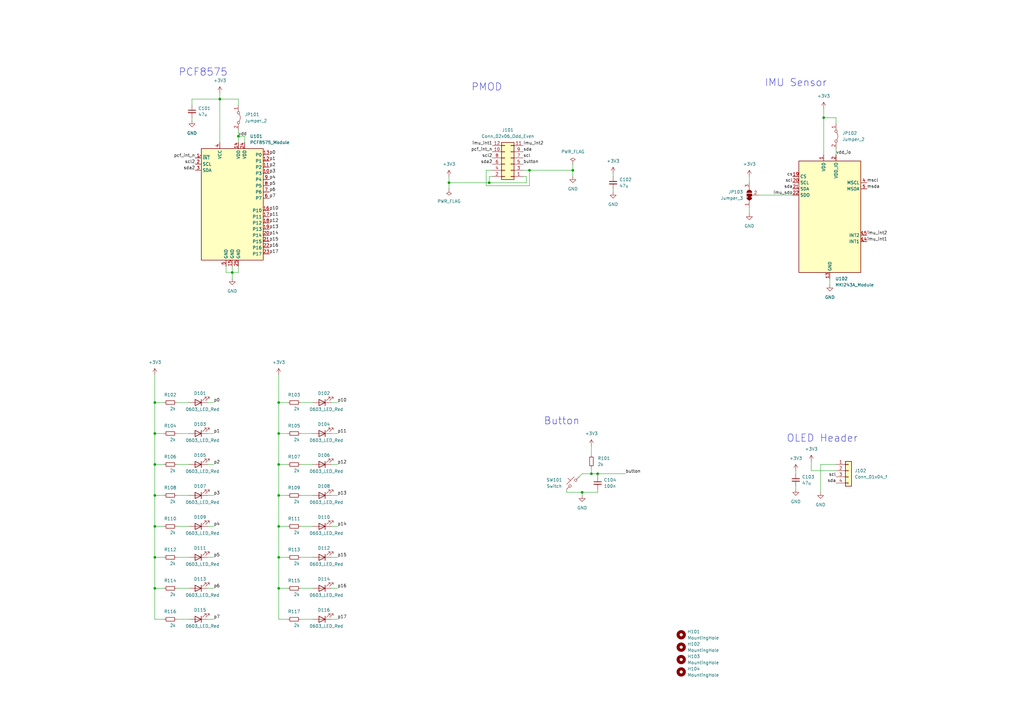
<source format=kicad_sch>
(kicad_sch (version 20231120) (generator "eeschema") (generator_version "8.0")
  (paper "A3")
  (title_block (date "2024-03-18") (rev "RevA") (company "semify-eda.com") (comment 1 "Engineer: Erwin Peterlin"))
  (lib_symbols
    (symbol "Connector_Generic:Conn_01x04" (pin_names (offset 1.016) hide)
      (property "Reference" "J" (at 0 5.08 0))
      (property "Value" "Conn_01x04" (at 0 -7.62 0))
      (symbol "Conn_01x04_1_1"
        (rectangle (start -1.27 -4.953) (end 0 -5.207) (stroke (width 0.1524)))
        (rectangle (start -1.27 -2.413) (end 0 -2.667) (stroke (width 0.1524)))
        (rectangle (start -1.27 0.127) (end 0 -0.127) (stroke (width 0.1524)))
        (rectangle (start -1.27 2.667) (end 0 2.413) (stroke (width 0.1524)))
        (rectangle (start -1.27 3.81) (end 1.27 -6.35) (stroke (width 0.254)) (fill (type background)))
        (pin passive line (at -5.08 2.54 0) (length 3.81) (name "Pin_1") (number "1"))
        (pin passive line (at -5.08 0 0) (length 3.81) (name "Pin_2") (number "2"))
        (pin passive line (at -5.08 -2.54 0) (length 3.81) (name "Pin_3") (number "3"))
        (pin passive line (at -5.08 -5.08 0) (length 3.81) (name "Pin_4") (number "4"))
      )
    )
    (symbol "Connector_Generic:Conn_02x06_Odd_Even" (pin_names (offset 1.016) hide)
      (property "Reference" "J" (at 1.27 7.62 0))
      (property "Value" "Conn_02x06_Odd_Even" (at 1.27 -10.16 0))
      (symbol "Conn_02x06_Odd_Even_1_1"
        (rectangle (start -1.27 -7.493) (end 0 -7.747) (stroke (width 0.1524)))
        (rectangle (start -1.27 -4.953) (end 0 -5.207) (stroke (width 0.1524)))
        (rectangle (start -1.27 -2.413) (end 0 -2.667) (stroke (width 0.1524)))
        (rectangle (start -1.27 0.127) (end 0 -0.127) (stroke (width 0.1524)))
        (rectangle (start -1.27 2.667) (end 0 2.413) (stroke (width 0.1524)))
        (rectangle (start -1.27 5.207) (end 0 4.953) (stroke (width 0.1524)))
        (rectangle (start -1.27 6.35) (end 3.81 -8.89) (stroke (width 0.254)) (fill (type background)))
        (rectangle (start 3.81 -7.493) (end 2.54 -7.747) (stroke (width 0.1524)))
        (rectangle (start 3.81 -4.953) (end 2.54 -5.207) (stroke (width 0.1524)))
        (rectangle (start 3.81 -2.413) (end 2.54 -2.667) (stroke (width 0.1524)))
        (rectangle (start 3.81 0.127) (end 2.54 -0.127) (stroke (width 0.1524)))
        (rectangle (start 3.81 2.667) (end 2.54 2.413) (stroke (width 0.1524)))
        (rectangle (start 3.81 5.207) (end 2.54 4.953) (stroke (width 0.1524)))
        (pin passive line (at -5.08 5.08 0) (length 3.81) (name "Pin_1") (number "1"))
        (pin passive line (at 7.62 -5.08 180) (length 3.81) (name "Pin_10") (number "10"))
        (pin passive line (at -5.08 -7.62 0) (length 3.81) (name "Pin_11") (number "11"))
        (pin passive line (at 7.62 -7.62 180) (length 3.81) (name "Pin_12") (number "12"))
        (pin passive line (at 7.62 5.08 180) (length 3.81) (name "Pin_2") (number "2"))
        (pin passive line (at -5.08 2.54 0) (length 3.81) (name "Pin_3") (number "3"))
        (pin passive line (at 7.62 2.54 180) (length 3.81) (name "Pin_4") (number "4"))
        (pin passive line (at -5.08 0 0) (length 3.81) (name "Pin_5") (number "5"))
        (pin passive line (at 7.62 0 180) (length 3.81) (name "Pin_6") (number "6"))
        (pin passive line (at -5.08 -2.54 0) (length 3.81) (name "Pin_7") (number "7"))
        (pin passive line (at 7.62 -2.54 180) (length 3.81) (name "Pin_8") (number "8"))
        (pin passive line (at -5.08 -5.08 0) (length 3.81) (name "Pin_9") (number "9"))
      )
    )
    (symbol "Device:C_Small" (pin_numbers hide) (pin_names (offset 0.254) hide)
      (property "Reference" "C" (at 0.254 1.778 0))
      (property "Value" "C_Small" (at 0.254 -2.032 0))
      (symbol "C_Small_0_1"
        (polyline (pts (xy -1.524 -0.508) (xy 1.524 -0.508)) (stroke (width 0.3302)))
        (polyline (pts (xy -1.524 0.508) (xy 1.524 0.508)) (stroke (width 0.3048)))
      )
      (symbol "C_Small_1_1"
        (pin passive line (at 0 2.54 270) (length 2.032) (name "~") (number "1"))
        (pin passive line (at 0 -2.54 90) (length 2.032) (name "~") (number "2"))
      )
    )
    (symbol "Device:LED" (pin_numbers hide) (pin_names (offset 1.016) hide)
      (property "Reference" "D" (at 0 2.54 0))
      (property "Value" "LED" (at 0 -2.54 0))
      (symbol "LED_0_1"
        (polyline (pts (xy -1.27 -1.27) (xy -1.27 1.27)) (stroke (width 0.254)))
        (polyline (pts (xy -1.27 0) (xy 1.27 0)))
        (polyline (pts (xy 1.27 -1.27) (xy 1.27 1.27) (xy -1.27 0) (xy 1.27 -1.27)) (stroke (width 0.254)))
        (polyline (pts (xy -3.048 -0.762) (xy -4.572 -2.286) (xy -3.81 -2.286) (xy -4.572 -2.286) (xy -4.572 -1.524)))
        (polyline (pts (xy -1.778 -0.762) (xy -3.302 -2.286) (xy -2.54 -2.286) (xy -3.302 -2.286) (xy -3.302 -1.524)))
      )
      (symbol "LED_1_1"
        (pin passive line (at -3.81 0 0) (length 2.54) (name "K") (number "1"))
        (pin passive line (at 3.81 0 180) (length 2.54) (name "A") (number "2"))
      )
    )
    (symbol "Device:R_Small" (pin_numbers hide) (pin_names (offset 0.254) hide)
      (property "Reference" "R" (at 0.762 0.508 0))
      (property "Value" "R_Small" (at 0.762 -1.016 0))
      (symbol "R_Small_0_1"
        (rectangle (start -0.762 1.778) (end 0.762 -1.778) (stroke (width 0.2032)))
      )
      (symbol "R_Small_1_1"
        (pin passive line (at 0 2.54 270) (length 0.762) (name "~") (number "1"))
        (pin passive line (at 0 -2.54 90) (length 0.762) (name "~") (number "2"))
      )
    )
    (symbol "Jumper:Jumper_2_Bridged" (pin_names (offset 0) hide)
      (property "Reference" "JP" (at 0 1.905 0))
      (property "Value" "Jumper_2_Bridged" (at 0 -2.54 0))
      (symbol "Jumper_2_Bridged_0_0"
        (circle (center -2.032 0) (radius 0.508))
        (circle (center 2.032 0) (radius 0.508))
      )
      (symbol "Jumper_2_Bridged_0_1"
        (arc (start 1.524 0.254) (mid 0 0.762) (end -1.524 0.254))
      )
      (symbol "Jumper_2_Bridged_1_1"
        (pin passive line (at -5.08 0 0) (length 2.54) (name "A") (number "1"))
        (pin passive line (at 5.08 0 180) (length 2.54) (name "B") (number "2"))
      )
    )
    (symbol "Jumper:SolderJumper_3_Bridged12" (pin_names (offset 0) hide)
      (property "Reference" "JP" (at -2.54 -2.54 0))
      (property "Value" "SolderJumper_3_Bridged12" (at 0 2.794 0))
      (symbol "SolderJumper_3_Bridged12_0_1"
        (rectangle (start -1.016 0.508) (end -0.508 -0.508) (fill (type outline)))
        (arc (start -1.016 1.016) (mid -2.0276 0) (end -1.016 -1.016))
        (arc (start -1.016 1.016) (mid -2.0276 0) (end -1.016 -1.016) (fill (type outline)))
        (rectangle (start -0.508 1.016) (end 0.508 -1.016) (fill (type outline)))
        (polyline (pts (xy -2.54 0) (xy -2.032 0)))
        (polyline (pts (xy -1.016 1.016) (xy -1.016 -1.016)))
        (polyline (pts (xy 0 -1.27) (xy 0 -1.016)))
        (polyline (pts (xy 1.016 1.016) (xy 1.016 -1.016)))
        (polyline (pts (xy 2.54 0) (xy 2.032 0)))
        (arc (start 1.016 -1.016) (mid 2.0276 0) (end 1.016 1.016))
        (arc (start 1.016 -1.016) (mid 2.0276 0) (end 1.016 1.016) (fill (type outline)))
      )
      (symbol "SolderJumper_3_Bridged12_1_1"
        (pin passive line (at -5.08 0 0) (length 2.54) (name "A") (number "1"))
        (pin passive line (at 0 -3.81 90) (length 2.54) (name "C") (number "2"))
        (pin passive line (at 5.08 0 180) (length 2.54) (name "B") (number "3"))
      )
    )
    (symbol "Mechanical:MountingHole" (pin_names (offset 1.016))
      (property "Reference" "H" (at 0 5.08 0))
      (property "Value" "MountingHole" (at 0 3.175 0))
      (symbol "MountingHole_0_1"
        (circle (center 0 0) (radius 1.27) (stroke (width 1.27)))
      )
    )
    (symbol "Switch:SW_Push_45deg" (pin_numbers hide) (pin_names (offset 1.016) hide)
      (property "Reference" "SW" (at 3.048 1.016 0))
      (property "Value" "SW_Push_45deg" (at 0 -3.81 0))
      (symbol "SW_Push_45deg_0_1"
        (circle (center -1.1684 1.1684) (radius 0.508))
        (polyline (pts (xy -0.508 2.54) (xy 2.54 -0.508)))
        (polyline (pts (xy 1.016 1.016) (xy 2.032 2.032)))
        (polyline (pts (xy -2.54 2.54) (xy -1.524 1.524) (xy -1.524 1.524)))
        (polyline (pts (xy 1.524 -1.524) (xy 2.54 -2.54) (xy 2.54 -2.54) (xy 2.54 -2.54)))
        (circle (center 1.143 -1.1938) (radius 0.508))
        (pin passive line (at -2.54 2.54 0) (length 0) (name "1") (number "1"))
        (pin passive line (at 2.54 -2.54 180) (length 0) (name "2") (number "2"))
      )
    )
    (symbol "_my:PCF8575_Module"
      (property "Reference" "U" (at 9.906 24.892 0))
      (property "Value" "PCF8575_Module" (at 17.78 -25.654 0))
      (symbol "PCF8575_Module_0_1"
        (rectangle (start -12.7 22.86) (end 12.7 -22.86) (stroke (width 0.254)) (fill (type background)))
      )
      (symbol "PCF8575_Module_1_1"
        (pin open_collector output_low (at -15.24 19.05 0) (length 2.54) (name "~{INT}") (number "1"))
        (pin bidirectional line (at 15.24 12.7 180) (length 2.54) (name "P3") (number "10"))
        (pin bidirectional line (at 15.24 15.24 180) (length 2.54) (name "P2") (number "11"))
        (pin bidirectional line (at 15.24 17.78 180) (length 2.54) (name "P1") (number "12"))
        (pin bidirectional line (at 15.24 20.32 180) (length 2.54) (name "P0") (number "13"))
        (pin power_in line (at 2.54 25.4 270) (length 2.54) (name "VDD") (number "14"))
        (pin power_in line (at 0 -25.4 90) (length 2.54) (name "GND") (number "15"))
        (pin bidirectional line (at 15.24 -2.54 180) (length 2.54) (name "P10") (number "16"))
        (pin bidirectional line (at 15.24 -5.08 180) (length 2.54) (name "P11") (number "17"))
        (pin bidirectional line (at 15.24 -7.62 180) (length 2.54) (name "P12") (number "18"))
        (pin bidirectional line (at 15.24 -10.16 180) (length 2.54) (name "P13") (number "19"))
        (pin input line (at -15.24 16.51 0) (length 2.54) (name "SCL") (number "2"))
        (pin bidirectional line (at 15.24 -12.7 180) (length 2.54) (name "P14") (number "20"))
        (pin bidirectional line (at 15.24 -15.24 180) (length 2.54) (name "P15") (number "21"))
        (pin bidirectional line (at 15.24 -17.78 180) (length 2.54) (name "P16") (number "22"))
        (pin bidirectional line (at 15.24 -20.32 180) (length 2.54) (name "P17") (number "23"))
        (pin power_in line (at 5.08 25.4 270) (length 2.54) (name "VDD") (number "24"))
        (pin power_in line (at 2.54 -25.4 90) (length 2.54) (name "GND") (number "25"))
        (pin bidirectional line (at -15.24 13.97 0) (length 2.54) (name "SDA") (number "3"))
        (pin power_in line (at -5.08 25.4 270) (length 2.54) (name "VCC") (number "4"))
        (pin power_in line (at -2.54 -25.4 90) (length 2.54) (name "GND") (number "5"))
        (pin bidirectional line (at 15.24 2.54 180) (length 2.54) (name "P7") (number "6"))
        (pin bidirectional line (at 15.24 5.08 180) (length 2.54) (name "P6") (number "7"))
        (pin bidirectional line (at 15.24 7.62 180) (length 2.54) (name "P5") (number "8"))
        (pin bidirectional line (at 15.24 10.16 180) (length 2.54) (name "P4") (number "9"))
      )
    )
    (symbol "_my:STEVAL-MKI243A_Module"
      (property "Reference" "U" (at 9.906 24.892 0))
      (property "Value" "PCF8575_Module" (at 17.78 -25.654 0))
      (symbol "STEVAL-MKI243A_Module_0_1"
        (rectangle (start -12.7 22.86) (end 12.7 -22.86) (stroke (width 0.254)) (fill (type background)))
      )
      (symbol "STEVAL-MKI243A_Module_1_1"
        (pin power_in line (at -2.54 25.4 270) (length 2.54) (name "VDD") (number "1"))
        (pin power_in line (at 0 -25.4 90) (length 2.54) (name "GND") (number "13"))
        (pin open_collector output_low (at 15.24 -10.16 180) (length 2.54) (name "INT1") (number "14"))
        (pin open_collector output_low (at 15.24 -7.62 180) (length 2.54) (name "INT2") (number "15"))
        (pin bidirectional line (at -15.24 16.51 0) (length 2.54) (name "CS") (number "19"))
        (pin power_in line (at 2.54 25.4 270) (length 2.54) (name "VDD_IO") (number "2"))
        (pin bidirectional line (at -15.24 13.97 0) (length 2.54) (name "SCL") (number "20"))
        (pin bidirectional line (at -15.24 11.43 0) (length 2.54) (name "SDA") (number "21"))
        (pin bidirectional line (at -15.24 8.89 0) (length 2.54) (name "SDO") (number "22"))
        (pin input line (at 15.24 13.97 180) (length 2.54) (name "MSCL") (number "4"))
        (pin bidirectional line (at 15.24 11.43 180) (length 2.54) (name "MSDA") (number "5"))
      )
    )
    (symbol "power:+3V3" (power) (pin_names (offset 0))
      (property "Value" "+3V3" (at 0 3.556 0))
      (symbol "+3V3_0_1"
        (polyline (pts (xy -0.762 1.27) (xy 0 2.54)))
        (polyline (pts (xy 0 0) (xy 0 2.54)))
        (polyline (pts (xy 0 2.54) (xy 0.762 1.27)))
      )
      (symbol "+3V3_1_1"
        (pin power_in line (at 0 0 90) (length 0) hide (name "+3V3") (number "1"))
      )
    )
    (symbol "power:GND" (power) (pin_names (offset 0))
      (property "Value" "GND" (at 0 -3.81 0))
      (symbol "GND_0_1"
        (polyline (pts (xy 0 0) (xy 0 -1.27) (xy 1.27 -1.27) (xy 0 -2.54) (xy -1.27 -1.27) (xy 0 -1.27)))
      )
      (symbol "GND_1_1"
        (pin power_in line (at 0 0 270) (length 0) hide (name "GND") (number "1"))
      )
    )
    (symbol "power:PWR_FLAG" (power) (pin_numbers hide) (pin_names (offset 0) hide)
      (property "Value" "PWR_FLAG" (at 0 3.81 0))
      (symbol "PWR_FLAG_0_0"
        (pin power_out line (at 0 0 90) (length 0) (name "~") (number "1"))
      )
      (symbol "PWR_FLAG_0_1"
        (polyline (pts (xy 0 0) (xy 0 1.27) (xy -1.016 1.905) (xy 0 2.54) (xy 1.016 1.905) (xy 0 1.27)))
      )
    )
  )
  (junction (at 63.5 177.8))
  (junction (at 337.82 48.26))
  (junction (at 184.15 74.93))
  (junction (at 63.5 190.5))
  (junction (at 234.95 69.85))
  (junction (at 114.3 228.6))
  (junction (at 200.66 74.93))
  (junction (at 63.5 165.1))
  (junction (at 114.3 241.3))
  (junction (at 114.3 215.9))
  (junction (at 114.3 177.8))
  (junction (at 114.3 203.2))
  (junction (at 90.17 40.64))
  (junction (at 217.17 69.85))
  (junction (at 245.11 194.31))
  (junction (at 95.25 111.76))
  (junction (at 63.5 241.3))
  (junction (at 63.5 203.2))
  (junction (at 97.79 55.88))
  (junction (at 238.76 201.93))
  (junction (at 114.3 165.1))
  (junction (at 63.5 215.9))
  (junction (at 242.57 194.31))
  (junction (at 114.3 190.5))
  (junction (at 63.5 228.6))
  (wire (pts (xy 63.5 241.3) (xy 63.5 254)))
  (wire (pts (xy 123.19 241.3) (xy 128.27 241.3)))
  (wire (pts (xy 87.63 254) (xy 85.09 254)))
  (wire (pts (xy 114.3 177.8) (xy 118.11 177.8)))
  (wire (pts (xy 215.9 74.93) (xy 215.9 72.39)))
  (wire (pts (xy 234.95 67.31) (xy 234.95 69.85)))
  (wire (pts (xy 63.5 228.6) (xy 63.5 241.3)))
  (wire (pts (xy 342.9 60.96) (xy 342.9 63.5)))
  (wire (pts (xy 214.63 69.85) (xy 217.17 69.85)))
  (wire (pts (xy 114.3 177.8) (xy 114.3 190.5)))
  (wire (pts (xy 337.82 48.26) (xy 337.82 63.5)))
  (wire (pts (xy 95.25 114.3) (xy 95.25 111.76)))
  (wire (pts (xy 184.15 74.93) (xy 200.66 74.93)))
  (wire (pts (xy 245.11 201.93) (xy 245.11 200.66)))
  (wire (pts (xy 138.43 165.1) (xy 135.89 165.1)))
  (wire (pts (xy 114.3 215.9) (xy 114.3 228.6)))
  (wire (pts (xy 97.79 55.88) (xy 100.33 55.88)))
  (wire (pts (xy 200.66 74.93) (xy 215.9 74.93)))
  (wire (pts (xy 92.71 109.22) (xy 92.71 111.76)))
  (wire (pts (xy 63.5 177.8) (xy 67.31 177.8)))
  (wire (pts (xy 184.15 72.39) (xy 184.15 74.93)))
  (wire (pts (xy 199.39 69.85) (xy 199.39 76.2)))
  (wire (pts (xy 337.82 44.45) (xy 337.82 48.26)))
  (wire (pts (xy 100.33 55.88) (xy 100.33 58.42)))
  (wire (pts (xy 114.3 203.2) (xy 118.11 203.2)))
  (wire (pts (xy 242.57 191.77) (xy 242.57 194.31)))
  (wire (pts (xy 63.5 165.1) (xy 63.5 177.8)))
  (wire (pts (xy 184.15 77.47) (xy 184.15 74.93)))
  (wire (pts (xy 114.3 190.5) (xy 118.11 190.5)))
  (wire (pts (xy 138.43 203.2) (xy 135.89 203.2)))
  (wire (pts (xy 201.93 72.39) (xy 200.66 72.39)))
  (wire (pts (xy 114.3 228.6) (xy 118.11 228.6)))
  (wire (pts (xy 63.5 215.9) (xy 67.31 215.9)))
  (wire (pts (xy 138.43 190.5) (xy 135.89 190.5)))
  (wire (pts (xy 123.19 190.5) (xy 128.27 190.5)))
  (wire (pts (xy 138.43 254) (xy 135.89 254)))
  (wire (pts (xy 123.19 228.6) (xy 128.27 228.6)))
  (wire (pts (xy 72.39 215.9) (xy 77.47 215.9)))
  (wire (pts (xy 95.25 111.76) (xy 95.25 109.22)))
  (wire (pts (xy 97.79 40.64) (xy 97.79 43.18)))
  (wire (pts (xy 63.5 153.67) (xy 63.5 165.1)))
  (wire (pts (xy 63.5 203.2) (xy 67.31 203.2)))
  (wire (pts (xy 92.71 111.76) (xy 95.25 111.76)))
  (wire (pts (xy 78.74 40.64) (xy 90.17 40.64)))
  (wire (pts (xy 63.5 190.5) (xy 67.31 190.5)))
  (wire (pts (xy 114.3 241.3) (xy 118.11 241.3)))
  (wire (pts (xy 232.41 201.93) (xy 238.76 201.93)))
  (wire (pts (xy 123.19 177.8) (xy 128.27 177.8)))
  (wire (pts (xy 138.43 228.6) (xy 135.89 228.6)))
  (wire (pts (xy 78.74 40.64) (xy 78.74 43.18)))
  (wire (pts (xy 307.34 87.63) (xy 307.34 85.09)))
  (wire (pts (xy 242.57 194.31) (xy 238.76 194.31)))
  (wire (pts (xy 114.3 203.2) (xy 114.3 215.9)))
  (wire (pts (xy 63.5 215.9) (xy 63.5 228.6)))
  (wire (pts (xy 114.3 241.3) (xy 114.3 254)))
  (wire (pts (xy 251.46 78.74) (xy 251.46 77.47)))
  (wire (pts (xy 72.39 165.1) (xy 77.47 165.1)))
  (wire (pts (xy 123.19 215.9) (xy 128.27 215.9)))
  (wire (pts (xy 138.43 241.3) (xy 135.89 241.3)))
  (wire (pts (xy 114.3 165.1) (xy 114.3 177.8)))
  (wire (pts (xy 72.39 254) (xy 77.47 254)))
  (wire (pts (xy 72.39 203.2) (xy 77.47 203.2)))
  (wire (pts (xy 87.63 165.1) (xy 85.09 165.1)))
  (wire (pts (xy 201.93 69.85) (xy 199.39 69.85)))
  (wire (pts (xy 90.17 38.1) (xy 90.17 40.64)))
  (wire (pts (xy 90.17 40.64) (xy 90.17 58.42)))
  (wire (pts (xy 87.63 241.3) (xy 85.09 241.3)))
  (wire (pts (xy 72.39 241.3) (xy 77.47 241.3)))
  (wire (pts (xy 114.3 254) (xy 118.11 254)))
  (wire (pts (xy 123.19 254) (xy 128.27 254)))
  (wire (pts (xy 63.5 190.5) (xy 63.5 203.2)))
  (wire (pts (xy 114.3 215.9) (xy 118.11 215.9)))
  (wire (pts (xy 63.5 203.2) (xy 63.5 215.9)))
  (wire (pts (xy 63.5 254) (xy 67.31 254)))
  (wire (pts (xy 200.66 72.39) (xy 200.66 74.93)))
  (wire (pts (xy 63.5 165.1) (xy 67.31 165.1)))
  (wire (pts (xy 326.39 193.04) (xy 326.39 194.31)))
  (wire (pts (xy 87.63 177.8) (xy 85.09 177.8)))
  (wire (pts (xy 114.3 190.5) (xy 114.3 203.2)))
  (wire (pts (xy 326.39 200.66) (xy 326.39 199.39)))
  (wire (pts (xy 95.25 111.76) (xy 97.79 111.76)))
  (wire (pts (xy 138.43 215.9) (xy 135.89 215.9)))
  (wire (pts (xy 242.57 194.31) (xy 245.11 194.31)))
  (wire (pts (xy 97.79 53.34) (xy 97.79 55.88)))
  (wire (pts (xy 238.76 201.93) (xy 245.11 201.93)))
  (wire (pts (xy 245.11 194.31) (xy 256.54 194.31)))
  (wire (pts (xy 123.19 203.2) (xy 128.27 203.2)))
  (wire (pts (xy 114.3 153.67) (xy 114.3 165.1)))
  (wire (pts (xy 72.39 190.5) (xy 77.47 190.5)))
  (wire (pts (xy 237.49 195.58) (xy 238.76 194.31)))
  (wire (pts (xy 336.55 190.5) (xy 342.9 190.5)))
  (wire (pts (xy 337.82 48.26) (xy 342.9 48.26)))
  (wire (pts (xy 78.74 49.53) (xy 78.74 48.26)))
  (wire (pts (xy 245.11 195.58) (xy 245.11 194.31)))
  (wire (pts (xy 123.19 165.1) (xy 128.27 165.1)))
  (wire (pts (xy 238.76 201.93) (xy 238.76 203.2)))
  (wire (pts (xy 87.63 190.5) (xy 85.09 190.5)))
  (wire (pts (xy 332.74 189.23) (xy 332.74 193.04)))
  (wire (pts (xy 87.63 228.6) (xy 85.09 228.6)))
  (wire (pts (xy 232.41 200.66) (xy 232.41 201.93)))
  (wire (pts (xy 340.36 116.84) (xy 340.36 114.3)))
  (wire (pts (xy 90.17 40.64) (xy 97.79 40.64)))
  (wire (pts (xy 138.43 177.8) (xy 135.89 177.8)))
  (wire (pts (xy 114.3 228.6) (xy 114.3 241.3)))
  (wire (pts (xy 242.57 182.88) (xy 242.57 186.69)))
  (wire (pts (xy 332.74 193.04) (xy 342.9 193.04)))
  (wire (pts (xy 97.79 109.22) (xy 97.79 111.76)))
  (wire (pts (xy 217.17 69.85) (xy 234.95 69.85)))
  (wire (pts (xy 63.5 228.6) (xy 67.31 228.6)))
  (wire (pts (xy 342.9 48.26) (xy 342.9 50.8)))
  (wire (pts (xy 199.39 76.2) (xy 217.17 76.2)))
  (wire (pts (xy 214.63 72.39) (xy 215.9 72.39)))
  (wire (pts (xy 97.79 55.88) (xy 97.79 58.42)))
  (wire (pts (xy 336.55 190.5) (xy 336.55 201.93)))
  (wire (pts (xy 63.5 177.8) (xy 63.5 190.5)))
  (wire (pts (xy 114.3 165.1) (xy 118.11 165.1)))
  (wire (pts (xy 87.63 203.2) (xy 85.09 203.2)))
  (wire (pts (xy 72.39 177.8) (xy 77.47 177.8)))
  (wire (pts (xy 234.95 72.39) (xy 234.95 69.85)))
  (wire (pts (xy 63.5 241.3) (xy 67.31 241.3)))
  (wire (pts (xy 311.15 80.01) (xy 325.12 80.01)))
  (wire (pts (xy 87.63 215.9) (xy 85.09 215.9)))
  (wire (pts (xy 307.34 72.39) (xy 307.34 74.93)))
  (wire (pts (xy 251.46 71.12) (xy 251.46 72.39)))
  (wire (pts (xy 217.17 76.2) (xy 217.17 69.85)))
  (wire (pts (xy 72.39 228.6) (xy 77.47 228.6)))
  (text "Button" (at 223.012 174.498 0) (effects (font (size 3 3)) (justify left bottom)))
  (text "IMU Sensor" (at 326.39 34.036 0) (effects (font (size 3 3))))
  (text "OLED Header" (at 322.58 181.61 0) (effects (font (size 3 3)) (justify left bottom)))
  (text "PMOD" (at 199.644 35.814 0) (effects (font (size 3 3))))
  (text "PCF8575" (at 83.312 29.718 0) (effects (font (size 3 3))))
  (label "p7" (at 87.63 254 0))
  (label "p7" (at 110.49 81.28 0))
  (label "vdd" (at 97.79 55.88 0))
  (label "p10" (at 110.49 86.36 0))
  (label "mscl" (at 355.6 74.93 0))
  (label "scl2" (at 201.93 64.77 180))
  (label "p0" (at 110.49 63.5 0))
  (label "imu_int2" (at 355.6 96.52 0))
  (label "p2" (at 87.63 190.5 0))
  (label "msda" (at 355.6 77.47 0))
  (label "pcf_int_n" (at 201.93 62.23 180))
  (label "p14" (at 110.49 96.52 0))
  (label "p15" (at 138.43 228.6 0))
  (label "p0" (at 87.63 165.1 0))
  (label "sda" (at 342.9 198.12 180))
  (label "p5" (at 110.49 76.2 0))
  (label "pcf_int_n" (at 80.01 64.77 180))
  (label "cs" (at 325.12 72.39 180))
  (label "sda2" (at 80.01 69.85 180))
  (label "p6" (at 87.63 241.3 0))
  (label "scl" (at 342.9 195.58 180))
  (label "p4" (at 87.63 215.9 0))
  (label "scl2" (at 80.01 67.31 180))
  (label "p12" (at 110.49 91.44 0))
  (label "p1" (at 110.49 66.04 0))
  (label "p13" (at 110.49 93.98 0))
  (label "button" (at 256.54 194.31 0))
  (label "p3" (at 110.49 71.12 0))
  (label "scl" (at 214.63 64.77 0))
  (label "p2" (at 110.49 68.58 0))
  (label "p16" (at 110.49 101.6 0))
  (label "p17" (at 110.49 104.14 0))
  (label "p6" (at 110.49 78.74 0))
  (label "p15" (at 110.49 99.06 0))
  (label "p5" (at 87.63 228.6 0))
  (label "imu_int1" (at 355.6 99.06 0))
  (label "button" (at 214.63 67.31 0))
  (label "p1" (at 87.63 177.8 0))
  (label "imu_sdo" (at 325.12 80.01 180))
  (label "sda2" (at 201.93 67.31 180))
  (label "scl" (at 325.12 74.93 180))
  (label "vdd_io" (at 342.9 63.5 0))
  (label "p10" (at 138.43 165.1 0))
  (label "p11" (at 110.49 88.9 0))
  (label "p3" (at 87.63 203.2 0))
  (label "p4" (at 110.49 73.66 0))
  (label "imu_int1" (at 201.93 59.69 180))
  (label "p17" (at 138.43 254 0))
  (label "p16" (at 138.43 241.3 0))
  (label "p11" (at 138.43 177.8 0))
  (label "sda" (at 214.63 62.23 0))
  (label "sda" (at 325.12 77.47 180))
  (label "p12" (at 138.43 190.5 0))
  (label "imu_int2" (at 214.63 59.69 0))
  (label "p14" (at 138.43 215.9 0))
  (label "p13" (at 138.43 203.2 0))
  (symbol (lib_id "Device:C_Small") (at 245.11 198.12 0) (unit 1)
    (property "Reference" "C104" (at 247.65 196.85 0) (effects (justify left)))
    (property "Value" "100n" (at 247.65 199.39 0) (effects (justify left)))
    (property "Footprint" "0_my_capacitors:C_1005_(0402)" (effects (hide yes)))
    (property "LCSC Part #" "C1525" (effects (hide yes)))
  )
  (symbol (lib_id "Device:R_Small") (at 120.65 228.6 90) (unit 1)
    (property "Reference" "R113" (at 123.19 225.425 90) (effects (justify left)))
    (property "Value" "2k" (at 122.936 231.14 90) (effects (justify left)))
    (property "Footprint" "0_my:R_1005_(0402)" (effects (hide yes)))
    (property "LCSC Part #" "C4109" (effects (hide yes)))
  )
  (symbol (lib_id "Device:C_Small") (at 326.39 196.85 0) (unit 1)
    (property "Reference" "C103" (at 328.93 195.58 0) (effects (justify left)))
    (property "Value" "47u" (at 328.93 198.12 0) (effects (justify left)))
    (property "Footprint" "Capacitor_SMD:C_0805_2012Metric" (effects (hide yes)))
    (property "LCSC Part #" "C16780" (effects (hide yes)))
  )
  (symbol (lib_id "power:+3V3") (at 337.82 44.45 0) (unit 1)
    (property "Reference" "#PWR0102" (effects (hide yes)))
    (property "Value" "+3V3" (at 337.82 39.37 0))
  )
  (symbol (lib_id "Device:R_Small") (at 120.65 177.8 90) (unit 1)
    (property "Reference" "R105" (at 123.19 174.625 90) (effects (justify left)))
    (property "Value" "2k" (at 122.936 180.34 90) (effects (justify left)))
    (property "Footprint" "0_my:R_1005_(0402)" (effects (hide yes)))
    (property "LCSC Part #" "C4109" (effects (hide yes)))
  )
  (symbol (lib_id "Device:C_Small") (at 251.46 74.93 0) (unit 1)
    (property "Reference" "C102" (at 254 73.66 0) (effects (justify left)))
    (property "Value" "47u" (at 254 76.2 0) (effects (justify left)))
    (property "Footprint" "Capacitor_SMD:C_0805_2012Metric" (effects (hide yes)))
    (property "LCSC Part #" "C16780" (effects (hide yes)))
  )
  (symbol (lib_id "Jumper:Jumper_2_Bridged") (at 342.9 55.88 270) (unit 1) (in_bom no)
    (property "Reference" "JP102" (at 345.44 54.61 90) (effects (justify left)))
    (property "Value" "Jumper_2" (at 345.44 57.15 90) (effects (justify left)))
    (property "Footprint" "0_my:SolderJumper-2_P1.3mm_Bridged" (effects (hide yes)))
  )
  (symbol (lib_id "Device:R_Small") (at 120.65 203.2 90) (unit 1)
    (property "Reference" "R109" (at 123.19 200.025 90) (effects (justify left)))
    (property "Value" "2k" (at 122.936 205.74 90) (effects (justify left)))
    (property "Footprint" "0_my:R_1005_(0402)" (effects (hide yes)))
    (property "LCSC Part #" "C4109" (effects (hide yes)))
  )
  (symbol (lib_id "Device:LED") (at 132.08 177.8 180) (unit 1)
    (property "Reference" "D104" (at 132.842 173.99 0))
    (property "Value" "0603_LED_Red" (at 133.858 180.594 0))
    (property "Footprint" "LED_SMD:LED_0603_1608Metric" (effects (hide yes)))
    (property "LCSC Part #" "C2286" (effects (hide yes)))
  )
  (symbol (lib_id "Device:LED") (at 81.28 254 180) (unit 1)
    (property "Reference" "D115" (at 82.042 250.19 0))
    (property "Value" "0603_LED_Red" (at 83.058 256.794 0))
    (property "Footprint" "LED_SMD:LED_0603_1608Metric" (effects (hide yes)))
    (property "LCSC Part #" "C2286" (effects (hide yes)))
  )
  (symbol (lib_id "Device:R_Small") (at 69.85 254 90) (unit 1)
    (property "Reference" "R116" (at 72.39 250.825 90) (effects (justify left)))
    (property "Value" "2k" (at 72.136 256.54 90) (effects (justify left)))
    (property "Footprint" "0_my:R_1005_(0402)" (effects (hide yes)))
    (property "LCSC Part #" "C4109" (effects (hide yes)))
  )
  (symbol (lib_id "power:GND") (at 336.55 201.93 0) (unit 1)
    (property "Reference" "#PWR0112" (effects (hide yes)))
    (property "Value" "GND" (at 336.55 207.01 0))
  )
  (symbol (lib_id "Device:LED") (at 132.08 203.2 180) (unit 1)
    (property "Reference" "D108" (at 132.842 199.39 0))
    (property "Value" "0603_LED_Red" (at 133.858 205.994 0))
    (property "Footprint" "LED_SMD:LED_0603_1608Metric" (effects (hide yes)))
    (property "LCSC Part #" "C2286" (effects (hide yes)))
  )
  (symbol (lib_id "_my:STEVAL-MKI243A_Module") (at 340.36 88.9 0) (unit 1)
    (property "Reference" "U102" (at 342.5541 114.3 0) (effects (justify left)))
    (property "Value" "MKI243A_Module" (at 342.5541 116.84 0) (effects (justify left)))
    (property "Footprint" "0_my:STEVAL-MKI243A_Module" (effects (hide yes)))
    (property "Datasheet" "https://www.ti.com/lit/ds/symlink/pcf8575.pdf" (effects (hide yes)))
    (property "Description" "16 Bits Port/Expander to I2C Bus, SSOP-24" (effects (hide yes)))
  )
  (symbol (lib_id "Device:R_Small") (at 120.65 254 90) (unit 1)
    (property "Reference" "R117" (at 123.19 250.825 90) (effects (justify left)))
    (property "Value" "2k" (at 122.936 256.54 90) (effects (justify left)))
    (property "Footprint" "0_my:R_1005_(0402)" (effects (hide yes)))
    (property "LCSC Part #" "C4109" (effects (hide yes)))
  )
  (symbol (lib_id "Device:R_Small") (at 69.85 177.8 90) (unit 1)
    (property "Reference" "R104" (at 72.39 174.625 90) (effects (justify left)))
    (property "Value" "2k" (at 72.136 180.34 90) (effects (justify left)))
    (property "Footprint" "0_my:R_1005_(0402)" (effects (hide yes)))
    (property "LCSC Part #" "C4109" (effects (hide yes)))
  )
  (symbol (lib_id "Connector_Generic:Conn_01x04") (at 347.98 193.04 0) (unit 1)
    (property "Reference" "J102" (at 350.52 193.0399 0) (effects (justify left)))
    (property "Value" "Conn_01x04_f" (at 350.52 195.5799 0) (effects (justify left)))
    (property "Footprint" "Connector_PinSocket_2.54mm:PinSocket_1x04_P2.54mm_Vertical" (effects (hide yes)))
    (property "LCSC Part #" "C2718488" (effects (hide yes)))
  )
  (symbol (lib_id "Device:R_Small") (at 69.85 228.6 90) (unit 1)
    (property "Reference" "R112" (at 72.39 225.425 90) (effects (justify left)))
    (property "Value" "2k" (at 72.136 231.14 90) (effects (justify left)))
    (property "Footprint" "0_my:R_1005_(0402)" (effects (hide yes)))
    (property "LCSC Part #" "C4109" (effects (hide yes)))
  )
  (symbol (lib_id "Mechanical:MountingHole") (at 279.4 270.51 0) (unit 1)
    (property "Reference" "H103" (at 281.94 269.2399 0) (effects (justify left)))
    (property "Value" "MountingHole" (at 281.94 271.7799 0) (effects (justify left)))
    (property "Footprint" "MountingHole:MountingHole_2.2mm_M2_ISO7380_Pad" (effects (hide yes)))
  )
  (symbol (lib_id "Device:R_Small") (at 120.65 190.5 90) (unit 1)
    (property "Reference" "R107" (at 123.19 187.325 90) (effects (justify left)))
    (property "Value" "2k" (at 122.936 193.04 90) (effects (justify left)))
    (property "Footprint" "0_my:R_1005_(0402)" (effects (hide yes)))
    (property "LCSC Part #" "C4109" (effects (hide yes)))
  )
  (symbol (lib_id "Mechanical:MountingHole") (at 279.4 265.43 0) (unit 1)
    (property "Reference" "H102" (at 281.94 264.1599 0) (effects (justify left)))
    (property "Value" "MountingHole" (at 281.94 266.6999 0) (effects (justify left)))
    (property "Footprint" "MountingHole:MountingHole_2.2mm_M2_ISO7380_Pad" (effects (hide yes)))
  )
  (symbol (lib_id "Device:R_Small") (at 120.65 215.9 90) (unit 1)
    (property "Reference" "R111" (at 123.19 212.725 90) (effects (justify left)))
    (property "Value" "2k" (at 122.936 218.44 90) (effects (justify left)))
    (property "Footprint" "0_my:R_1005_(0402)" (effects (hide yes)))
    (property "LCSC Part #" "C4109" (effects (hide yes)))
  )
  (symbol (lib_id "power:+3V3") (at 63.5 153.67 0) (unit 1)
    (property "Reference" "#PWR0117" (effects (hide yes)))
    (property "Value" "+3V3" (at 63.5 148.59 0))
  )
  (symbol (lib_id "power:+3V3") (at 114.3 153.67 0) (unit 1)
    (property "Reference" "#PWR0118" (effects (hide yes)))
    (property "Value" "+3V3" (at 114.3 148.59 0))
  )
  (symbol (lib_id "power:GND") (at 95.25 114.3 0) (unit 1)
    (property "Reference" "#PWR0115" (effects (hide yes)))
    (property "Value" "GND" (at 95.25 119.38 0))
  )
  (symbol (lib_id "Device:R_Small") (at 69.85 241.3 90) (unit 1)
    (property "Reference" "R114" (at 72.39 238.125 90) (effects (justify left)))
    (property "Value" "2k" (at 72.136 243.84 90) (effects (justify left)))
    (property "Footprint" "0_my:R_1005_(0402)" (effects (hide yes)))
    (property "LCSC Part #" "C4109" (effects (hide yes)))
  )
  (symbol (lib_id "Device:LED") (at 132.08 241.3 180) (unit 1)
    (property "Reference" "D114" (at 132.842 237.49 0))
    (property "Value" "0603_LED_Red" (at 133.858 244.094 0))
    (property "Footprint" "LED_SMD:LED_0603_1608Metric" (effects (hide yes)))
    (property "LCSC Part #" "C2286" (effects (hide yes)))
  )
  (symbol (lib_id "power:GND") (at 340.36 116.84 0) (unit 1)
    (property "Reference" "#PWR0116" (effects (hide yes)))
    (property "Value" "GND" (at 340.36 121.92 0))
  )
  (symbol (lib_id "power:GND") (at 78.74 49.53 0) (unit 1)
    (property "Reference" "#PWR0103" (effects (hide yes)))
    (property "Value" "GND" (at 78.74 54.61 0))
  )
  (symbol (lib_id "Device:C_Small") (at 78.74 45.72 0) (unit 1)
    (property "Reference" "C101" (at 81.28 44.45 0) (effects (justify left)))
    (property "Value" "47u" (at 81.28 46.99 0) (effects (justify left)))
    (property "Footprint" "Capacitor_SMD:C_0805_2012Metric" (effects (hide yes)))
    (property "LCSC Part #" "C16780" (effects (hide yes)))
  )
  (symbol (lib_id "Switch:SW_Push_45deg") (at 234.95 198.12 0) (mirror y) (unit 1)
    (property "Reference" "SW101" (at 227.33 196.85 0))
    (property "Value" "Switch" (at 227.33 199.39 0))
    (property "Footprint" "Button_Switch_SMD:SW_SPST_PTS645" (effects (hide yes)))
    (property "LCSC Part #" "C5127964" (effects (hide yes)))
  )
  (symbol (lib_id "_my:PCF8575_Module") (at 95.25 83.82 0) (unit 1)
    (property "Reference" "U101" (at 102.5241 55.88 0) (effects (justify left)))
    (property "Value" "PCF8575_Module" (at 102.5241 58.42 0) (effects (justify left)))
    (property "Footprint" "0_my:PCF8575_Module" (effects (hide yes)))
    (property "Datasheet" "https://www.ti.com/lit/ds/symlink/pcf8575.pdf" (effects (hide yes)))
    (property "Description" "16 Bits Port/Expander to I2C Bus, SSOP-24" (effects (hide yes)))
  )
  (symbol (lib_id "power:GND") (at 238.76 203.2 0) (unit 1)
    (property "Reference" "#PWR0119" (effects (hide yes)))
    (property "Value" "GND" (at 238.76 208.28 0))
  )
  (symbol (lib_id "Device:R_Small") (at 120.65 241.3 90) (unit 1)
    (property "Reference" "R115" (at 123.19 238.125 90) (effects (justify left)))
    (property "Value" "2k" (at 122.936 243.84 90) (effects (justify left)))
    (property "Footprint" "0_my:R_1005_(0402)" (effects (hide yes)))
    (property "LCSC Part #" "C4109" (effects (hide yes)))
  )
  (symbol (lib_id "Device:LED") (at 81.28 190.5 180) (unit 1)
    (property "Reference" "D105" (at 82.042 186.69 0))
    (property "Value" "0603_LED_Red" (at 83.058 193.294 0))
    (property "Footprint" "LED_SMD:LED_0603_1608Metric" (effects (hide yes)))
    (property "LCSC Part #" "C2286" (effects (hide yes)))
  )
  (symbol (lib_id "power:GND") (at 251.46 78.74 0) (unit 1)
    (property "Reference" "#PWR0107" (effects (hide yes)))
    (property "Value" "GND" (at 251.46 83.82 0))
  )
  (symbol (lib_id "power:GND") (at 326.39 200.66 0) (unit 1)
    (property "Reference" "#PWR0110" (effects (hide yes)))
    (property "Value" "GND" (at 326.39 205.74 0))
  )
  (symbol (lib_id "power:GND") (at 234.95 72.39 0) (unit 1)
    (property "Reference" "#PWR0106" (effects (hide yes)))
    (property "Value" "GND" (at 234.95 77.47 0))
  )
  (symbol (lib_id "Jumper:Jumper_2_Bridged") (at 97.79 48.26 270) (unit 1) (in_bom no)
    (property "Reference" "JP101" (at 100.33 46.99 90) (effects (justify left)))
    (property "Value" "Jumper_2" (at 100.33 49.53 90) (effects (justify left)))
    (property "Footprint" "0_my:SolderJumper-2_P1.3mm_Bridged" (effects (hide yes)))
  )
  (symbol (lib_id "power:+3V3") (at 184.15 72.39 0) (unit 1)
    (property "Reference" "#PWR0105" (effects (hide yes)))
    (property "Value" "+3V3" (at 184.15 67.31 0))
  )
  (symbol (lib_id "Device:LED") (at 132.08 215.9 180) (unit 1)
    (property "Reference" "D110" (at 132.842 212.09 0))
    (property "Value" "0603_LED_Red" (at 133.858 218.694 0))
    (property "Footprint" "LED_SMD:LED_0603_1608Metric" (effects (hide yes)))
    (property "LCSC Part #" "C2286" (effects (hide yes)))
  )
  (symbol (lib_id "Device:LED") (at 81.28 228.6 180) (unit 1)
    (property "Reference" "D111" (at 82.042 224.79 0))
    (property "Value" "0603_LED_Red" (at 83.058 231.394 0))
    (property "Footprint" "LED_SMD:LED_0603_1608Metric" (effects (hide yes)))
    (property "LCSC Part #" "C2286" (effects (hide yes)))
  )
  (symbol (lib_id "Mechanical:MountingHole") (at 279.4 260.35 0) (unit 1)
    (property "Reference" "H101" (at 281.94 259.0799 0) (effects (justify left)))
    (property "Value" "MountingHole" (at 281.94 261.6199 0) (effects (justify left)))
    (property "Footprint" "MountingHole:MountingHole_2.2mm_M2_ISO7380_Pad" (effects (hide yes)))
  )
  (symbol (lib_id "Device:LED") (at 132.08 228.6 180) (unit 1)
    (property "Reference" "D112" (at 132.842 224.79 0))
    (property "Value" "0603_LED_Red" (at 133.858 231.394 0))
    (property "Footprint" "LED_SMD:LED_0603_1608Metric" (effects (hide yes)))
    (property "LCSC Part #" "C2286" (effects (hide yes)))
  )
  (symbol (lib_id "power:+3V3") (at 326.39 193.04 0) (unit 1)
    (property "Reference" "#PWR0109" (effects (hide yes)))
    (property "Value" "+3V3" (at 326.39 187.96 0))
  )
  (symbol (lib_id "Device:R_Small") (at 69.85 203.2 90) (unit 1)
    (property "Reference" "R108" (at 72.39 200.025 90) (effects (justify left)))
    (property "Value" "2k" (at 72.136 205.74 90) (effects (justify left)))
    (property "Footprint" "0_my:R_1005_(0402)" (effects (hide yes)))
    (property "LCSC Part #" "C4109" (effects (hide yes)))
  )
  (symbol (lib_id "Device:R_Small") (at 69.85 165.1 90) (unit 1)
    (property "Reference" "R102" (at 72.39 161.925 90) (effects (justify left)))
    (property "Value" "2k" (at 72.136 167.64 90) (effects (justify left)))
    (property "Footprint" "0_my:R_1005_(0402)" (effects (hide yes)))
    (property "LCSC Part #" "C4109" (effects (hide yes)))
  )
  (symbol (lib_id "Device:R_Small") (at 69.85 215.9 90) (unit 1)
    (property "Reference" "R110" (at 72.39 212.725 90) (effects (justify left)))
    (property "Value" "2k" (at 72.136 218.44 90) (effects (justify left)))
    (property "Footprint" "0_my:R_1005_(0402)" (effects (hide yes)))
    (property "LCSC Part #" "C4109" (effects (hide yes)))
  )
  (symbol (lib_id "power:+3V3") (at 242.57 182.88 0) (unit 1)
    (property "Reference" "#PWR0114" (effects (hide yes)))
    (property "Value" "+3V3" (at 242.57 177.8 0))
  )
  (symbol (lib_id "Mechanical:MountingHole") (at 279.4 275.59 0) (unit 1)
    (property "Reference" "H104" (at 281.94 274.3199 0) (effects (justify left)))
    (property "Value" "MountingHole" (at 281.94 276.8599 0) (effects (justify left)))
    (property "Footprint" "MountingHole:MountingHole_2.2mm_M2_ISO7380_Pad" (effects (hide yes)))
  )
  (symbol (lib_id "Device:LED") (at 132.08 165.1 180) (unit 1)
    (property "Reference" "D102" (at 132.842 161.29 0))
    (property "Value" "0603_LED_Red" (at 133.858 167.894 0))
    (property "Footprint" "LED_SMD:LED_0603_1608Metric" (effects (hide yes)))
    (property "LCSC Part #" "C2286" (effects (hide yes)))
  )
  (symbol (lib_id "power:+3V3") (at 251.46 71.12 0) (unit 1)
    (property "Reference" "#PWR0104" (effects (hide yes)))
    (property "Value" "+3V3" (at 251.46 66.04 0))
  )
  (symbol (lib_id "Device:R_Small") (at 69.85 190.5 90) (unit 1)
    (property "Reference" "R106" (at 72.39 187.325 90) (effects (justify left)))
    (property "Value" "2k" (at 72.136 193.04 90) (effects (justify left)))
    (property "Footprint" "0_my:R_1005_(0402)" (effects (hide yes)))
    (property "LCSC Part #" "C4109" (effects (hide yes)))
  )
  (symbol (lib_id "Device:LED") (at 81.28 165.1 180) (unit 1)
    (property "Reference" "D101" (at 82.042 161.29 0))
    (property "Value" "0603_LED_Red" (at 83.058 167.894 0))
    (property "Footprint" "LED_SMD:LED_0603_1608Metric" (effects (hide yes)))
    (property "LCSC Part #" "C2286" (effects (hide yes)))
  )
  (symbol (lib_id "Device:LED") (at 132.08 190.5 180) (unit 1)
    (property "Reference" "D106" (at 132.842 186.69 0))
    (property "Value" "0603_LED_Red" (at 133.858 193.294 0))
    (property "Footprint" "LED_SMD:LED_0603_1608Metric" (effects (hide yes)))
    (property "LCSC Part #" "C2286" (effects (hide yes)))
  )
  (symbol (lib_id "power:+3V3") (at 90.17 38.1 0) (unit 1)
    (property "Reference" "#PWR0101" (effects (hide yes)))
    (property "Value" "+3V3" (at 90.17 33.02 0))
  )
  (symbol (lib_id "Device:LED") (at 81.28 241.3 180) (unit 1)
    (property "Reference" "D113" (at 82.042 237.49 0))
    (property "Value" "0603_LED_Red" (at 83.058 244.094 0))
    (property "Footprint" "LED_SMD:LED_0603_1608Metric" (effects (hide yes)))
    (property "LCSC Part #" "C2286" (effects (hide yes)))
  )
  (symbol (lib_id "power:GND") (at 307.34 87.63 0) (unit 1)
    (property "Reference" "#PWR0113" (effects (hide yes)))
    (property "Value" "GND" (at 307.34 92.71 0))
  )
  (symbol (lib_id "Device:LED") (at 81.28 203.2 180) (unit 1)
    (property "Reference" "D107" (at 82.042 199.39 0))
    (property "Value" "0603_LED_Red" (at 83.058 205.994 0))
    (property "Footprint" "LED_SMD:LED_0603_1608Metric" (effects (hide yes)))
    (property "LCSC Part #" "C2286" (effects (hide yes)))
  )
  (symbol (lib_id "Jumper:SolderJumper_3_Bridged12") (at 307.34 80.01 90) (unit 1) (in_bom no)
    (property "Reference" "JP103" (at 304.8 78.7399 90) (effects (justify left)))
    (property "Value" "Jumper_3" (at 304.8 81.2799 90) (effects (justify left)))
    (property "Footprint" "0_my:SolderJumper-3" (effects (hide yes)))
  )
  (symbol (lib_id "power:PWR_FLAG") (at 234.95 67.31 0) (unit 1)
    (property "Reference" "#FLG0101" (effects (hide yes)))
    (property "Value" "PWR_FLAG" (at 234.95 62.23 0))
    (property "Description" "Special symbol for telling ERC where power comes from" (effects (hide yes)))
  )
  (symbol (lib_id "Device:R_Small") (at 120.65 165.1 90) (unit 1)
    (property "Reference" "R103" (at 123.19 161.925 90) (effects (justify left)))
    (property "Value" "2k" (at 122.936 167.64 90) (effects (justify left)))
    (property "Footprint" "0_my:R_1005_(0402)" (effects (hide yes)))
    (property "LCSC Part #" "C4109" (effects (hide yes)))
  )
  (symbol (lib_id "Connector_Generic:Conn_02x06_Odd_Even") (at 209.55 67.31 180) (unit 1)
    (property "Reference" "J101" (at 208.28 53.34 0))
    (property "Value" "Conn_02x06_Odd_Even" (at 208.28 55.88 0))
    (property "Footprint" "0_my:PinHeader_2x06_P2.54mm_Horizontal_less_silk" (effects (hide yes)))
    (property "MPN" "-" (effects (hide yes)))
    (property "LCSC Part #" "C2911299" (effects (hide yes)))
  )
  (symbol (lib_id "Device:LED") (at 132.08 254 180) (unit 1)
    (property "Reference" "D116" (at 132.842 250.19 0))
    (property "Value" "0603_LED_Red" (at 133.858 256.794 0))
    (property "Footprint" "LED_SMD:LED_0603_1608Metric" (effects (hide yes)))
    (property "LCSC Part #" "C2286" (effects (hide yes)))
  )
  (symbol (lib_id "power:PWR_FLAG") (at 184.15 77.47 180) (unit 1)
    (property "Reference" "#FLG0102" (effects (hide yes)))
    (property "Value" "PWR_FLAG" (at 184.15 82.55 0))
    (property "Description" "Special symbol for telling ERC where power comes from" (effects (hide yes)))
  )
  (symbol (lib_id "Device:LED") (at 81.28 215.9 180) (unit 1)
    (property "Reference" "D109" (at 82.042 212.09 0))
    (property "Value" "0603_LED_Red" (at 83.058 218.694 0))
    (property "Footprint" "LED_SMD:LED_0603_1608Metric" (effects (hide yes)))
    (property "LCSC Part #" "C2286" (effects (hide yes)))
  )
  (symbol (lib_id "power:+3V3") (at 307.34 72.39 0) (unit 1)
    (property "Reference" "#PWR0111" (effects (hide yes)))
    (property "Value" "+3V3" (at 307.34 67.31 0))
  )
  (symbol (lib_id "power:+3V3") (at 332.74 189.23 0) (unit 1)
    (property "Reference" "#PWR0108" (effects (hide yes)))
    (property "Value" "+3V3" (at 332.74 184.15 0))
  )
  (symbol (lib_id "Device:LED") (at 81.28 177.8 180) (unit 1)
    (property "Reference" "D103" (at 82.042 173.99 0))
    (property "Value" "0603_LED_Red" (at 83.058 180.594 0))
    (property "Footprint" "LED_SMD:LED_0603_1608Metric" (effects (hide yes)))
    (property "LCSC Part #" "C2286" (effects (hide yes)))
  )
  (symbol (lib_id "Device:R_Small") (at 242.57 189.23 0) (unit 1)
    (property "Reference" "R101" (at 245.11 187.96 0) (effects (justify left)))
    (property "Value" "2k" (at 245.11 190.5 0) (effects (justify left)))
    (property "Footprint" "0_my:R_1005_(0402)" (effects (hide yes)))
    (property "LCSC Part #" "C4109" (effects (hide yes)))
  )
)
</source>
